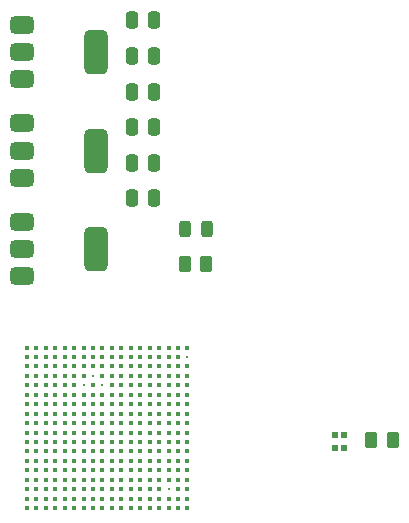
<source format=gbr>
%TF.GenerationSoftware,KiCad,Pcbnew,8.0.3*%
%TF.CreationDate,2025-04-27T14:59:32+02:00*%
%TF.ProjectId,FPGA_Audio_Board,46504741-5f41-4756-9469-6f5f426f6172,rev?*%
%TF.SameCoordinates,Original*%
%TF.FileFunction,Paste,Top*%
%TF.FilePolarity,Positive*%
%FSLAX46Y46*%
G04 Gerber Fmt 4.6, Leading zero omitted, Abs format (unit mm)*
G04 Created by KiCad (PCBNEW 8.0.3) date 2025-04-27 14:59:32*
%MOMM*%
%LPD*%
G01*
G04 APERTURE LIST*
G04 Aperture macros list*
%AMRoundRect*
0 Rectangle with rounded corners*
0 $1 Rounding radius*
0 $2 $3 $4 $5 $6 $7 $8 $9 X,Y pos of 4 corners*
0 Add a 4 corners polygon primitive as box body*
4,1,4,$2,$3,$4,$5,$6,$7,$8,$9,$2,$3,0*
0 Add four circle primitives for the rounded corners*
1,1,$1+$1,$2,$3*
1,1,$1+$1,$4,$5*
1,1,$1+$1,$6,$7*
1,1,$1+$1,$8,$9*
0 Add four rect primitives between the rounded corners*
20,1,$1+$1,$2,$3,$4,$5,0*
20,1,$1+$1,$4,$5,$6,$7,0*
20,1,$1+$1,$6,$7,$8,$9,0*
20,1,$1+$1,$8,$9,$2,$3,0*%
G04 Aperture macros list end*
%ADD10RoundRect,0.243750X-0.243750X-0.456250X0.243750X-0.456250X0.243750X0.456250X-0.243750X0.456250X0*%
%ADD11R,0.500000X0.600000*%
%ADD12RoundRect,0.250000X-0.250000X-0.475000X0.250000X-0.475000X0.250000X0.475000X-0.250000X0.475000X0*%
%ADD13RoundRect,0.250000X-0.262500X-0.450000X0.262500X-0.450000X0.262500X0.450000X-0.262500X0.450000X0*%
%ADD14RoundRect,0.375000X-0.625000X-0.375000X0.625000X-0.375000X0.625000X0.375000X-0.625000X0.375000X0*%
%ADD15RoundRect,0.500000X-0.500000X-1.400000X0.500000X-1.400000X0.500000X1.400000X-0.500000X1.400000X0*%
%ADD16C,0.400000*%
%ADD17C,0.200000*%
G04 APERTURE END LIST*
D10*
%TO.C,D1*%
X146390000Y-92125000D03*
X148265000Y-92125000D03*
%TD*%
D11*
%TO.C,X1*%
X159057500Y-109600000D03*
X159057500Y-110700000D03*
X159857500Y-110700000D03*
X159857500Y-109600000D03*
%TD*%
D12*
%TO.C,C1*%
X141907500Y-74510000D03*
X143807500Y-74510000D03*
%TD*%
D13*
%TO.C,R1*%
X146375000Y-95120000D03*
X148200000Y-95120000D03*
%TD*%
D12*
%TO.C,C6*%
X141907500Y-89560000D03*
X143807500Y-89560000D03*
%TD*%
D14*
%TO.C,U3*%
X132557500Y-91555000D03*
X132557500Y-93855000D03*
D15*
X138857500Y-93855000D03*
D14*
X132557500Y-96155000D03*
%TD*%
D12*
%TO.C,C5*%
X141907500Y-86550000D03*
X143807500Y-86550000D03*
%TD*%
D13*
%TO.C,R2*%
X162175000Y-110000000D03*
X164000000Y-110000000D03*
%TD*%
D16*
%TO.C,U4*%
X133007500Y-102200000D03*
X133807500Y-102200000D03*
X134607500Y-102200000D03*
X135407500Y-102200000D03*
X136207500Y-102200000D03*
X137007500Y-102200000D03*
X137807500Y-102200000D03*
X138607500Y-102200000D03*
X139407500Y-102200000D03*
X140207500Y-102200000D03*
X141007500Y-102200000D03*
X141807500Y-102200000D03*
X142607500Y-102200000D03*
X143407500Y-102200000D03*
X144207500Y-102200000D03*
X145007500Y-102200000D03*
X145807500Y-102200000D03*
X146607500Y-102200000D03*
X133007500Y-103000000D03*
X133807500Y-103000000D03*
X134607500Y-103000000D03*
X135407500Y-103000000D03*
X136207500Y-103000000D03*
X137007500Y-103000000D03*
X137807500Y-103000000D03*
X138607500Y-103000000D03*
X139407500Y-103000000D03*
X140207500Y-103000000D03*
X141007500Y-103000000D03*
X141807500Y-103000000D03*
X142607500Y-103000000D03*
X143407500Y-103000000D03*
X144207500Y-103000000D03*
X145007500Y-103000000D03*
X145807500Y-103000000D03*
D17*
X146607500Y-103000000D03*
D16*
X133007500Y-103800000D03*
X133807500Y-103800000D03*
X134607500Y-103800000D03*
X135407500Y-103800000D03*
X136207500Y-103800000D03*
X137007500Y-103800000D03*
X137807500Y-103800000D03*
X138607500Y-103800000D03*
X139407500Y-103800000D03*
X140207500Y-103800000D03*
X141007500Y-103800000D03*
X141807500Y-103800000D03*
X142607500Y-103800000D03*
X143407500Y-103800000D03*
X144207500Y-103800000D03*
X145007500Y-103800000D03*
X145807500Y-103800000D03*
X146607500Y-103800000D03*
X133007500Y-104600000D03*
X133807500Y-104600000D03*
X134607500Y-104600000D03*
X135407500Y-104600000D03*
X136207500Y-104600000D03*
X137007500Y-104600000D03*
X137807500Y-104600000D03*
D17*
X138607500Y-104600000D03*
D16*
X139407500Y-104600000D03*
X140207500Y-104600000D03*
X141007500Y-104600000D03*
X141807500Y-104600000D03*
X142607500Y-104600000D03*
X143407500Y-104600000D03*
X144207500Y-104600000D03*
X145007500Y-104600000D03*
X145807500Y-104600000D03*
X146607500Y-104600000D03*
X133007500Y-105400000D03*
X133807500Y-105400000D03*
X134607500Y-105400000D03*
X135407500Y-105400000D03*
X136207500Y-105400000D03*
X137007500Y-105400000D03*
D17*
X137807500Y-105400000D03*
D16*
X138607500Y-105400000D03*
D17*
X139407500Y-105400000D03*
D16*
X140207500Y-105400000D03*
X141007500Y-105400000D03*
X141807500Y-105400000D03*
X142607500Y-105400000D03*
X143407500Y-105400000D03*
X144207500Y-105400000D03*
X145007500Y-105400000D03*
X145807500Y-105400000D03*
X146607500Y-105400000D03*
X133007500Y-106200000D03*
X133807500Y-106200000D03*
X134607500Y-106200000D03*
X135407500Y-106200000D03*
X136207500Y-106200000D03*
X137007500Y-106200000D03*
X137807500Y-106200000D03*
X138607500Y-106200000D03*
X139407500Y-106200000D03*
X140207500Y-106200000D03*
X141007500Y-106200000D03*
X141807500Y-106200000D03*
X142607500Y-106200000D03*
X143407500Y-106200000D03*
X144207500Y-106200000D03*
X145007500Y-106200000D03*
X145807500Y-106200000D03*
X146607500Y-106200000D03*
X133007500Y-107000000D03*
X133807500Y-107000000D03*
X134607500Y-107000000D03*
X135407500Y-107000000D03*
X136207500Y-107000000D03*
X137007500Y-107000000D03*
X137807500Y-107000000D03*
X138607500Y-107000000D03*
X139407500Y-107000000D03*
X140207500Y-107000000D03*
X141007500Y-107000000D03*
X141807500Y-107000000D03*
X142607500Y-107000000D03*
X143407500Y-107000000D03*
X144207500Y-107000000D03*
X145007500Y-107000000D03*
X145807500Y-107000000D03*
X146607500Y-107000000D03*
X133007500Y-107800000D03*
X133807500Y-107800000D03*
X134607500Y-107800000D03*
X135407500Y-107800000D03*
X136207500Y-107800000D03*
X137007500Y-107800000D03*
X137807500Y-107800000D03*
X138607500Y-107800000D03*
X139407500Y-107800000D03*
X140207500Y-107800000D03*
X141007500Y-107800000D03*
X141807500Y-107800000D03*
X142607500Y-107800000D03*
X143407500Y-107800000D03*
X144207500Y-107800000D03*
X145007500Y-107800000D03*
X145807500Y-107800000D03*
X146607500Y-107800000D03*
X133007500Y-108600000D03*
X133807500Y-108600000D03*
X134607500Y-108600000D03*
X135407500Y-108600000D03*
X136207500Y-108600000D03*
X137007500Y-108600000D03*
X137807500Y-108600000D03*
X138607500Y-108600000D03*
X139407500Y-108600000D03*
X140207500Y-108600000D03*
X141007500Y-108600000D03*
X141807500Y-108600000D03*
X142607500Y-108600000D03*
X143407500Y-108600000D03*
X144207500Y-108600000D03*
X145007500Y-108600000D03*
X145807500Y-108600000D03*
X146607500Y-108600000D03*
X133007500Y-109400000D03*
X133807500Y-109400000D03*
X134607500Y-109400000D03*
X135407500Y-109400000D03*
X136207500Y-109400000D03*
X137007500Y-109400000D03*
X137807500Y-109400000D03*
X138607500Y-109400000D03*
X139407500Y-109400000D03*
X140207500Y-109400000D03*
X141007500Y-109400000D03*
X141807500Y-109400000D03*
X142607500Y-109400000D03*
X143407500Y-109400000D03*
X144207500Y-109400000D03*
X145007500Y-109400000D03*
X145807500Y-109400000D03*
X146607500Y-109400000D03*
X133007500Y-110200000D03*
X133807500Y-110200000D03*
X134607500Y-110200000D03*
X135407500Y-110200000D03*
X136207500Y-110200000D03*
X137007500Y-110200000D03*
X137807500Y-110200000D03*
X138607500Y-110200000D03*
X139407500Y-110200000D03*
X140207500Y-110200000D03*
X141007500Y-110200000D03*
X141807500Y-110200000D03*
X142607500Y-110200000D03*
X143407500Y-110200000D03*
X144207500Y-110200000D03*
X145007500Y-110200000D03*
X145807500Y-110200000D03*
X146607500Y-110200000D03*
X133007500Y-111000000D03*
X133807500Y-111000000D03*
X134607500Y-111000000D03*
X135407500Y-111000000D03*
X136207500Y-111000000D03*
X137007500Y-111000000D03*
X137807500Y-111000000D03*
X138607500Y-111000000D03*
X139407500Y-111000000D03*
X140207500Y-111000000D03*
X141007500Y-111000000D03*
X141807500Y-111000000D03*
X142607500Y-111000000D03*
X143407500Y-111000000D03*
X144207500Y-111000000D03*
X145007500Y-111000000D03*
X145807500Y-111000000D03*
X146607500Y-111000000D03*
X133007500Y-111800000D03*
X133807500Y-111800000D03*
X134607500Y-111800000D03*
X135407500Y-111800000D03*
X136207500Y-111800000D03*
X137007500Y-111800000D03*
X137807500Y-111800000D03*
X138607500Y-111800000D03*
X139407500Y-111800000D03*
X140207500Y-111800000D03*
X141007500Y-111800000D03*
X141807500Y-111800000D03*
X142607500Y-111800000D03*
X143407500Y-111800000D03*
X144207500Y-111800000D03*
X145007500Y-111800000D03*
X145807500Y-111800000D03*
X146607500Y-111800000D03*
X133007500Y-112600000D03*
X133807500Y-112600000D03*
X134607500Y-112600000D03*
X135407500Y-112600000D03*
X136207500Y-112600000D03*
X137007500Y-112600000D03*
X137807500Y-112600000D03*
X138607500Y-112600000D03*
X139407500Y-112600000D03*
X140207500Y-112600000D03*
X141007500Y-112600000D03*
X141807500Y-112600000D03*
X142607500Y-112600000D03*
X143407500Y-112600000D03*
X144207500Y-112600000D03*
X145007500Y-112600000D03*
X145807500Y-112600000D03*
X146607500Y-112600000D03*
X133007500Y-113400000D03*
X133807500Y-113400000D03*
X134607500Y-113400000D03*
X135407500Y-113400000D03*
X136207500Y-113400000D03*
X137007500Y-113400000D03*
X137807500Y-113400000D03*
X138607500Y-113400000D03*
X139407500Y-113400000D03*
X140207500Y-113400000D03*
X141007500Y-113400000D03*
X141807500Y-113400000D03*
X142607500Y-113400000D03*
X143407500Y-113400000D03*
X144207500Y-113400000D03*
X145007500Y-113400000D03*
X145807500Y-113400000D03*
X146607500Y-113400000D03*
X133007500Y-114200000D03*
X133807500Y-114200000D03*
X134607500Y-114200000D03*
X135407500Y-114200000D03*
X136207500Y-114200000D03*
X137007500Y-114200000D03*
X137807500Y-114200000D03*
X138607500Y-114200000D03*
X139407500Y-114200000D03*
X140207500Y-114200000D03*
X141007500Y-114200000D03*
X141807500Y-114200000D03*
X142607500Y-114200000D03*
X143407500Y-114200000D03*
X144207500Y-114200000D03*
D17*
X145007500Y-114200000D03*
D16*
X145807500Y-114200000D03*
X146607500Y-114200000D03*
X133007500Y-115000000D03*
X133807500Y-115000000D03*
X134607500Y-115000000D03*
X135407500Y-115000000D03*
X136207500Y-115000000D03*
X137007500Y-115000000D03*
X137807500Y-115000000D03*
X138607500Y-115000000D03*
X139407500Y-115000000D03*
X140207500Y-115000000D03*
X141007500Y-115000000D03*
X141807500Y-115000000D03*
X142607500Y-115000000D03*
X143407500Y-115000000D03*
X144207500Y-115000000D03*
X145007500Y-115000000D03*
X145807500Y-115000000D03*
X146607500Y-115000000D03*
X133007500Y-115800000D03*
X133807500Y-115800000D03*
X134607500Y-115800000D03*
X135407500Y-115800000D03*
X136207500Y-115800000D03*
X137007500Y-115800000D03*
X137807500Y-115800000D03*
X138607500Y-115800000D03*
X139407500Y-115800000D03*
X140207500Y-115800000D03*
X141007500Y-115800000D03*
X141807500Y-115800000D03*
X142607500Y-115800000D03*
X143407500Y-115800000D03*
X144207500Y-115800000D03*
X145007500Y-115800000D03*
X145807500Y-115800000D03*
X146607500Y-115800000D03*
%TD*%
D14*
%TO.C,U2*%
X132557500Y-83230000D03*
X132557500Y-85530000D03*
D15*
X138857500Y-85530000D03*
D14*
X132557500Y-87830000D03*
%TD*%
D12*
%TO.C,C2*%
X141907500Y-77520000D03*
X143807500Y-77520000D03*
%TD*%
%TO.C,C3*%
X141907500Y-80530000D03*
X143807500Y-80530000D03*
%TD*%
D14*
%TO.C,U1*%
X132557500Y-74905000D03*
X132557500Y-77205000D03*
D15*
X138857500Y-77205000D03*
D14*
X132557500Y-79505000D03*
%TD*%
D12*
%TO.C,C4*%
X141907500Y-83540000D03*
X143807500Y-83540000D03*
%TD*%
M02*

</source>
